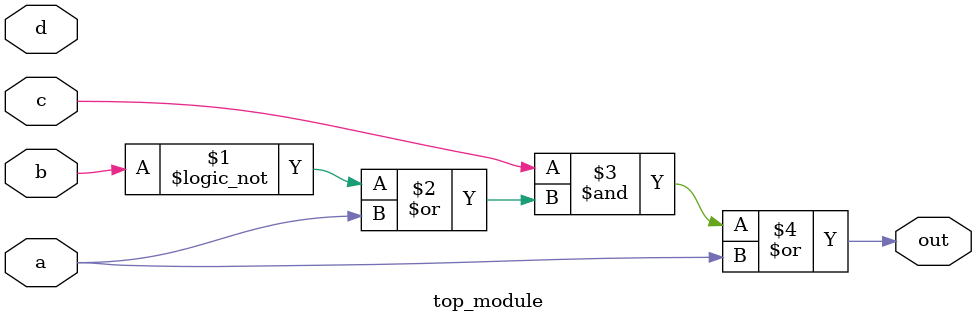
<source format=sv>
module top_module(
    input a,
    input b,
    input c,
    input d,
    output out  ); 

    assign out = ( c & (!b | a) ) | a;
    
endmodule
</source>
